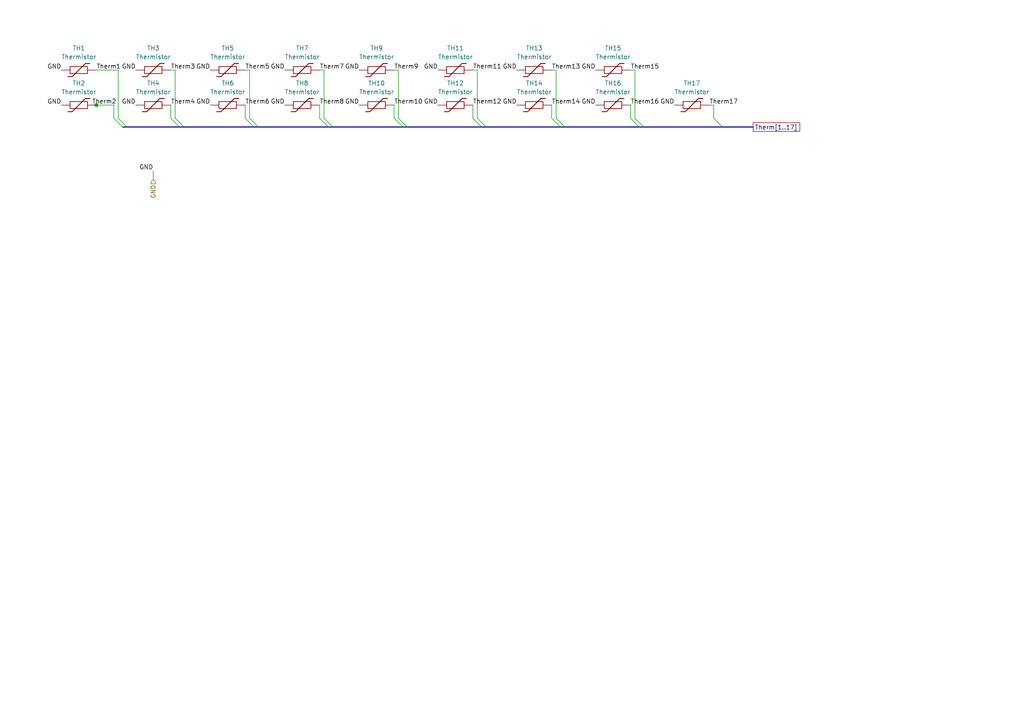
<source format=kicad_sch>
(kicad_sch (version 20231120) (generator "eeschema") (generator_version "8.0")
  (paper "A4")
  (lib_symbols
    (symbol "Device:Thermistor" (pin_numbers hide) (pin_names (offset 0))
      (property "Reference" "TH" (at 2.54 1.27 90))
      (property "Value" "Thermistor" (at -2.54 0 90))
      (symbol "Thermistor_0_1"
        (rectangle (start -1.016 2.54) (end 1.016 -2.54) (stroke (width 0.2032)))
        (polyline (pts (xy -1.905 3.175) (xy -1.905 1.905) (xy 1.905 -1.905) (xy 1.905 -3.175) (xy 1.905 -3.175)) (stroke (width 0.254)))
      )
      (symbol "Thermistor_1_1"
        (pin passive line (at 0 5.08 270) (length 2.54) (name "~") (number "1"))
        (pin passive line (at 0 -5.08 90) (length 2.54) (name "~") (number "2"))
      )
    )
  )
  (junction (at 27.94 30.48))
  (bus_entry (at 36.83 36.83) (size -2.54 -2.54))
  (bus_entry (at 162.56 36.83) (size -2.54 -2.54))
  (bus_entry (at 73.66 36.83) (size -2.54 -2.54))
  (bus_entry (at 140.97 36.83) (size -2.54 -2.54))
  (bus_entry (at 186.69 36.83) (size -2.54 -2.54))
  (bus_entry (at 96.52 36.83) (size -2.54 -2.54))
  (bus_entry (at 116.84 36.83) (size -2.54 -2.54))
  (bus_entry (at 52.07 36.83) (size -2.54 -2.54))
  (bus_entry (at 185.42 36.83) (size -2.54 -2.54))
  (bus_entry (at 53.34 36.83) (size -2.54 -2.54))
  (bus_entry (at 95.25 36.83) (size -2.54 -2.54))
  (bus_entry (at 74.93 36.83) (size -2.54 -2.54))
  (bus_entry (at 139.7 36.83) (size -2.54 -2.54))
  (bus_entry (at 163.83 36.83) (size -2.54 -2.54))
  (bus_entry (at 118.11 36.83) (size -2.54 -2.54))
  (bus_entry (at 209.55 36.83) (size -2.54 -2.54))
  (bus_entry (at 35.56 36.83) (size -2.54 -2.54))
  (wire (pts (xy 93.98 20.32) (xy 92.71 20.32)))
  (bus (pts (xy 53.34 36.83) (xy 73.66 36.83)))
  (wire (pts (xy 26.67 30.48) (xy 27.94 30.48)))
  (wire (pts (xy 161.29 34.29) (xy 161.29 20.32)))
  (wire (pts (xy 72.39 34.29) (xy 72.39 20.32)))
  (bus (pts (xy 95.25 36.83) (xy 96.52 36.83)))
  (wire (pts (xy 137.16 30.48) (xy 137.16 34.29)))
  (wire (pts (xy 138.43 34.29) (xy 138.43 20.32)))
  (wire (pts (xy 161.29 20.32) (xy 160.02 20.32)))
  (wire (pts (xy 50.8 20.32) (xy 49.53 20.32)))
  (bus (pts (xy 118.11 36.83) (xy 139.7 36.83)))
  (wire (pts (xy 207.01 30.48) (xy 205.74 30.48)))
  (bus (pts (xy 73.66 36.83) (xy 74.93 36.83)))
  (bus (pts (xy 209.55 36.83) (xy 218.44 36.83)))
  (bus (pts (xy 35.56 36.83) (xy 36.83 36.83)))
  (wire (pts (xy 207.01 34.29) (xy 207.01 30.48)))
  (bus (pts (xy 52.07 36.83) (xy 53.34 36.83)))
  (wire (pts (xy 92.71 30.48) (xy 92.71 34.29)))
  (wire (pts (xy 184.15 34.29) (xy 184.15 20.32)))
  (wire (pts (xy 33.02 34.29) (xy 33.02 30.48)))
  (wire (pts (xy 115.57 20.32) (xy 114.3 20.32)))
  (bus (pts (xy 74.93 36.83) (xy 95.25 36.83)))
  (wire (pts (xy 50.8 34.29) (xy 50.8 20.32)))
  (bus (pts (xy 186.69 36.83) (xy 209.55 36.83)))
  (wire (pts (xy 33.02 30.48) (xy 27.94 30.48)))
  (wire (pts (xy 71.12 30.48) (xy 71.12 34.29)))
  (wire (pts (xy 184.15 20.32) (xy 182.88 20.32)))
  (wire (pts (xy 34.29 34.29) (xy 34.29 20.32)))
  (bus (pts (xy 163.83 36.83) (xy 185.42 36.83)))
  (bus (pts (xy 36.83 36.83) (xy 52.07 36.83)))
  (bus (pts (xy 162.56 36.83) (xy 163.83 36.83)))
  (wire (pts (xy 93.98 34.29) (xy 93.98 20.32)))
  (bus (pts (xy 140.97 36.83) (xy 162.56 36.83)))
  (wire (pts (xy 160.02 30.48) (xy 160.02 34.29)))
  (wire (pts (xy 44.45 49.53) (xy 44.45 52.07)))
  (wire (pts (xy 114.3 30.48) (xy 114.3 34.29)))
  (wire (pts (xy 182.88 30.48) (xy 182.88 34.29)))
  (bus (pts (xy 116.84 36.83) (xy 118.11 36.83)))
  (wire (pts (xy 138.43 20.32) (xy 137.16 20.32)))
  (wire (pts (xy 115.57 34.29) (xy 115.57 20.32)))
  (wire (pts (xy 49.53 30.48) (xy 49.53 34.29)))
  (wire (pts (xy 72.39 20.32) (xy 71.12 20.32)))
  (bus (pts (xy 139.7 36.83) (xy 140.97 36.83)))
  (bus (pts (xy 185.42 36.83) (xy 186.69 36.83)))
  (bus (pts (xy 96.52 36.83) (xy 116.84 36.83)))
  (wire (pts (xy 34.29 20.32) (xy 27.94 20.32)))
  (label "Therm11" (at 137.16 20.32 0))
  (label "Therm10" (at 114.3 30.48 0))
  (label "Therm5" (at 71.12 20.32 0))
  (label "Therm13" (at 160.02 20.32 0))
  (label "Therm7" (at 92.71 20.32 0))
  (label "GND" (at 17.78 20.32 180))
  (label "Therm17" (at 205.74 30.48 0))
  (label "Therm1" (at 27.94 20.32 0))
  (label "Therm8" (at 92.71 30.48 0))
  (label "Therm3" (at 49.53 20.32 0))
  (label "GND" (at 60.96 30.48 180))
  (label "GND" (at 39.37 20.32 180))
  (label "GND" (at 17.78 30.48 180))
  (label "GND" (at 172.72 20.32 180))
  (label "GND" (at 82.55 30.48 180))
  (label "GND" (at 172.72 30.48 180))
  (label "GND" (at 60.96 20.32 180))
  (label "GND" (at 149.86 20.32 180))
  (label "Therm4" (at 49.53 30.48 0))
  (label "GND" (at 82.55 20.32 180))
  (label "GND" (at 104.14 30.48 180))
  (label "GND" (at 195.58 30.48 180))
  (label "GND" (at 127 30.48 180))
  (label "Therm12" (at 137.16 30.48 0))
  (label "Therm6" (at 71.12 30.48 0))
  (label "GND" (at 149.86 30.48 180))
  (label "Therm9" (at 114.3 20.32 0))
  (label "Therm15" (at 182.88 20.32 0))
  (label "GND" (at 104.14 20.32 180))
  (label "GND" (at 39.37 30.48 180))
  (label "Therm16" (at 182.88 30.48 0))
  (label "GND" (at 44.45 49.53 180))
  (label "Therm2" (at 26.67 30.48 0))
  (label "GND" (at 127 20.32 180))
  (label "Therm14" (at 160.02 30.48 0))
  (global_label "Therm[1..17]" (shape passive) (at 218.44 36.83 0) (property "Intersheetrefs" "${INTERSHEET_REFS}" (effects (hide yes))))
  (hierarchical_label "GND" (shape input) (at 44.45 52.07 270))
  (symbol (lib_id "Device:Thermistor") (at 132.08 30.48 90) (unit 1)
    (property "Reference" "TH12" (at 132.08 24.13 90))
    (property "Value" "Thermistor" (at 132.08 26.67 90))
    (property "Footprint" "oem:R_0603 (B)" (effects (hide yes)))
    (property "Description" "Temperature dependent resistor" (effects (hide yes)))
  )
  (symbol (lib_id "Device:Thermistor") (at 22.86 20.32 90) (unit 1)
    (property "Reference" "TH1" (at 22.86 13.97 90))
    (property "Value" "Thermistor" (at 22.86 16.51 90))
    (property "Footprint" "oem:R_0603 (B)" (effects (hide yes)))
    (property "Description" "Temperature dependent resistor" (effects (hide yes)))
  )
  (symbol (lib_id "Device:Thermistor") (at 132.08 20.32 90) (unit 1)
    (property "Reference" "TH11" (at 132.08 13.97 90))
    (property "Value" "Thermistor" (at 132.08 16.51 90))
    (property "Footprint" "oem:R_0603 (B)" (effects (hide yes)))
    (property "Description" "Temperature dependent resistor" (effects (hide yes)))
  )
  (symbol (lib_id "Device:Thermistor") (at 200.66 30.48 90) (unit 1)
    (property "Reference" "TH17" (at 200.66 24.13 90))
    (property "Value" "Thermistor" (at 200.66 26.67 90))
    (property "Footprint" "oem:R_0603 (B)" (effects (hide yes)))
    (property "Description" "Temperature dependent resistor" (effects (hide yes)))
  )
  (symbol (lib_id "Device:Thermistor") (at 44.45 30.48 90) (unit 1)
    (property "Reference" "TH4" (at 44.45 24.13 90))
    (property "Value" "Thermistor" (at 44.45 26.67 90))
    (property "Footprint" "oem:R_0603 (B)" (effects (hide yes)))
    (property "Description" "Temperature dependent resistor" (effects (hide yes)))
  )
  (symbol (lib_id "Device:Thermistor") (at 22.86 30.48 90) (unit 1)
    (property "Reference" "TH2" (at 22.86 24.13 90))
    (property "Value" "Thermistor" (at 22.86 26.67 90))
    (property "Footprint" "oem:R_0603 (B)" (effects (hide yes)))
    (property "Description" "Temperature dependent resistor" (effects (hide yes)))
  )
  (symbol (lib_id "Device:Thermistor") (at 109.22 30.48 90) (unit 1)
    (property "Reference" "TH10" (at 109.22 24.13 90))
    (property "Value" "Thermistor" (at 109.22 26.67 90))
    (property "Footprint" "oem:R_0603 (B)" (effects (hide yes)))
    (property "Description" "Temperature dependent resistor" (effects (hide yes)))
  )
  (symbol (lib_id "Device:Thermistor") (at 154.94 20.32 90) (unit 1)
    (property "Reference" "TH13" (at 154.94 13.97 90))
    (property "Value" "Thermistor" (at 154.94 16.51 90))
    (property "Footprint" "oem:R_0603 (B)" (effects (hide yes)))
    (property "Description" "Temperature dependent resistor" (effects (hide yes)))
  )
  (symbol (lib_id "Device:Thermistor") (at 87.63 30.48 90) (unit 1)
    (property "Reference" "TH8" (at 87.63 24.13 90))
    (property "Value" "Thermistor" (at 87.63 26.67 90))
    (property "Footprint" "oem:R_0603 (B)" (effects (hide yes)))
    (property "Description" "Temperature dependent resistor" (effects (hide yes)))
  )
  (symbol (lib_id "Device:Thermistor") (at 177.8 30.48 90) (unit 1)
    (property "Reference" "TH16" (at 177.8 24.13 90))
    (property "Value" "Thermistor" (at 177.8 26.67 90))
    (property "Footprint" "oem:R_0603 (B)" (effects (hide yes)))
    (property "Description" "Temperature dependent resistor" (effects (hide yes)))
  )
  (symbol (lib_id "Device:Thermistor") (at 154.94 30.48 90) (unit 1)
    (property "Reference" "TH14" (at 154.94 24.13 90))
    (property "Value" "Thermistor" (at 154.94 26.67 90))
    (property "Footprint" "oem:R_0603 (B)" (effects (hide yes)))
    (property "Description" "Temperature dependent resistor" (effects (hide yes)))
  )
  (symbol (lib_id "Device:Thermistor") (at 109.22 20.32 90) (unit 1)
    (property "Reference" "TH9" (at 109.22 13.97 90))
    (property "Value" "Thermistor" (at 109.22 16.51 90))
    (property "Footprint" "oem:R_0603 (B)" (effects (hide yes)))
    (property "Description" "Temperature dependent resistor" (effects (hide yes)))
  )
  (symbol (lib_id "Device:Thermistor") (at 44.45 20.32 90) (unit 1)
    (property "Reference" "TH3" (at 44.45 13.97 90))
    (property "Value" "Thermistor" (at 44.45 16.51 90))
    (property "Footprint" "oem:R_0603 (B)" (effects (hide yes)))
    (property "Description" "Temperature dependent resistor" (effects (hide yes)))
  )
  (symbol (lib_id "Device:Thermistor") (at 66.04 30.48 90) (unit 1)
    (property "Reference" "TH6" (at 66.04 24.13 90))
    (property "Value" "Thermistor" (at 66.04 26.67 90))
    (property "Footprint" "oem:R_0603 (B)" (effects (hide yes)))
    (property "Description" "Temperature dependent resistor" (effects (hide yes)))
  )
  (symbol (lib_id "Device:Thermistor") (at 66.04 20.32 90) (unit 1)
    (property "Reference" "TH5" (at 66.04 13.97 90))
    (property "Value" "Thermistor" (at 66.04 16.51 90))
    (property "Footprint" "oem:R_0603 (B)" (effects (hide yes)))
    (property "Description" "Temperature dependent resistor" (effects (hide yes)))
  )
  (symbol (lib_id "Device:Thermistor") (at 87.63 20.32 90) (unit 1)
    (property "Reference" "TH7" (at 87.63 13.97 90))
    (property "Value" "Thermistor" (at 87.63 16.51 90))
    (property "Footprint" "oem:R_0603 (B)" (effects (hide yes)))
    (property "Description" "Temperature dependent resistor" (effects (hide yes)))
  )
  (symbol (lib_id "Device:Thermistor") (at 177.8 20.32 90) (unit 1)
    (property "Reference" "TH15" (at 177.8 13.97 90))
    (property "Value" "Thermistor" (at 177.8 16.51 90))
    (property "Footprint" "oem:R_0603 (B)" (effects (hide yes)))
    (property "Description" "Temperature dependent resistor" (effects (hide yes)))
  )
)
</source>
